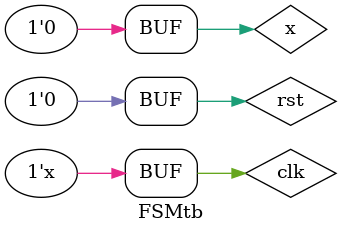
<source format=v>
`timescale 1ns / 1ps


module FSMtb;

	// Inputs
	reg x;
	reg clk;
	reg rst;

	// Outputs
	wire y;
	wire [3:0] ps1;
	wire [3:0] ns1;

	// Instantiate the Unit Under Test (UUT)
	FSM uut (
		.x(x), 
		.clk(clk), 
		.rst(rst), 
		.y(y), 
		.ps1(ps1), 
		.ns1(ns1)
	);

	always #20 clk=~clk;
	initial begin
		// Initialize Inputs
		rst = 1;
		clk=0;
		x=0;

		// Wait 100 ns for global reset to finish
		#100;
      rst =0;
#100;		
	end
      
endmodule


</source>
